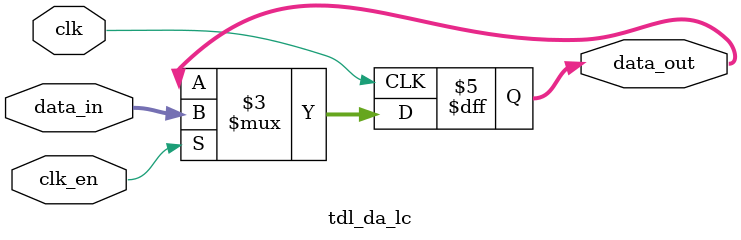
<source format=v>
module tdl_da_lc (clk, clk_en, data_in, data_out );

parameter WIDTH = 8;

input clk, clk_en;
input  [WIDTH-1:0] data_in;
output [WIDTH-1:0] data_out;

reg  [WIDTH-1:0] data_out;

always @(posedge clk)
begin
  if (clk_en == 1'b1)   data_out <= data_in;
end

endmodule

</source>
